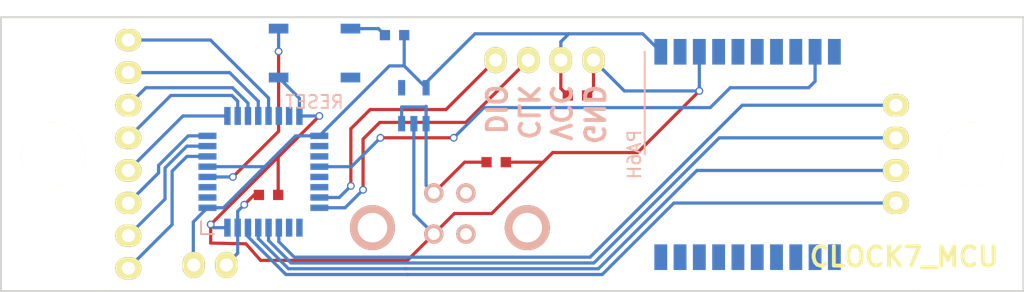
<source format=kicad_pcb>
(kicad_pcb (version 4) (host pcbnew 4.0.7-e2-6376~58~ubuntu16.04.1)

  (general
    (links 0)
    (no_connects 0)
    (area 75.616999 71.529 155.269001 94.939001)
    (thickness 1.6)
    (drawings 14)
    (tracks 158)
    (zones 0)
    (modules 15)
    (nets 1)
  )

  (page A4)
  (layers
    (0 F.Cu signal)
    (31 B.Cu signal)
    (32 B.Adhes user)
    (33 F.Adhes user)
    (34 B.Paste user)
    (35 F.Paste user)
    (36 B.SilkS user)
    (37 F.SilkS user)
    (38 B.Mask user)
    (39 F.Mask user)
    (40 Dwgs.User user)
    (41 Cmts.User user)
    (42 Eco1.User user)
    (43 Eco2.User user)
    (44 Edge.Cuts user)
    (45 Margin user)
    (46 B.CrtYd user)
    (47 F.CrtYd user)
    (48 B.Fab user)
    (49 F.Fab user)
  )

  (setup
    (last_trace_width 0.25)
    (trace_clearance 0.2)
    (zone_clearance 0.508)
    (zone_45_only no)
    (trace_min 0.2)
    (segment_width 0.2)
    (edge_width 0.15)
    (via_size 0.6)
    (via_drill 0.4)
    (via_min_size 0.4)
    (via_min_drill 0.3)
    (uvia_size 0.3)
    (uvia_drill 0.1)
    (uvias_allowed no)
    (uvia_min_size 0.2)
    (uvia_min_drill 0.1)
    (pcb_text_width 0.3)
    (pcb_text_size 1.5 1.5)
    (mod_edge_width 0.15)
    (mod_text_size 1 1)
    (mod_text_width 0.15)
    (pad_size 1.524 1.524)
    (pad_drill 0.762)
    (pad_to_mask_clearance 0.2)
    (aux_axis_origin 0 0)
    (visible_elements FFFFFF7F)
    (pcbplotparams
      (layerselection 0x00030_80000001)
      (usegerberextensions false)
      (excludeedgelayer true)
      (linewidth 0.100000)
      (plotframeref false)
      (viasonmask false)
      (mode 1)
      (useauxorigin false)
      (hpglpennumber 1)
      (hpglpenspeed 20)
      (hpglpendiameter 15)
      (hpglpenoverlay 2)
      (psnegative false)
      (psa4output false)
      (plotreference true)
      (plotvalue true)
      (plotinvisibletext false)
      (padsonsilk false)
      (subtractmaskfromsilk false)
      (outputformat 1)
      (mirror false)
      (drillshape 1)
      (scaleselection 1)
      (outputdirectory ""))
  )

  (net 0 "")

  (net_class Default "This is the default net class."
    (clearance 0.2)
    (trace_width 0.25)
    (via_dia 0.6)
    (via_drill 0.4)
    (uvia_dia 0.3)
    (uvia_drill 0.1)
  )

  (module 00my_modules:Pin_Header_Straight_1x08 (layer F.Cu) (tedit 0) (tstamp 5AE919B3)
    (at 85.598 75.184)
    (descr "Through hole pin header")
    (tags "pin header")
    (fp_text reference "" (at 0 -2.4) (layer F.SilkS)
      (effects (font (size 0.5 0.5) (thickness 0.01)))
    )
    (fp_text value "" (at 0 -3.1) (layer F.Fab)
      (effects (font (size 0.5 0.5) (thickness 0.01)))
    )
    (fp_line (start -1.75 -1.75) (end -1.75 19.53) (layer F.CrtYd) (width 0.05))
    (fp_line (start 1.75 -1.75) (end 1.75 19.53) (layer F.CrtYd) (width 0.05))
    (fp_line (start -1.75 -1.75) (end 1.75 -1.75) (layer F.CrtYd) (width 0.05))
    (fp_line (start -1.75 19.53) (end 1.75 19.53) (layer F.CrtYd) (width 0.05))
    (pad 1 thru_hole oval (at 0 0) (size 2.032 1.7272) (drill 1.016) (layers *.Cu *.Mask F.SilkS))
    (pad 2 thru_hole oval (at 0 2.54) (size 2.032 1.7272) (drill 1.016) (layers *.Cu *.Mask F.SilkS))
    (pad 3 thru_hole oval (at 0 5.08) (size 2.032 1.7272) (drill 1.016) (layers *.Cu *.Mask F.SilkS))
    (pad 4 thru_hole oval (at 0 7.62) (size 2.032 1.7272) (drill 1.016) (layers *.Cu *.Mask F.SilkS))
    (pad 5 thru_hole oval (at 0 10.16) (size 2.032 1.7272) (drill 1.016) (layers *.Cu *.Mask F.SilkS))
    (pad 6 thru_hole oval (at 0 12.7) (size 2.032 1.7272) (drill 1.016) (layers *.Cu *.Mask F.SilkS))
    (pad 7 thru_hole oval (at 0 15.24) (size 2.032 1.7272) (drill 1.016) (layers *.Cu *.Mask F.SilkS))
    (pad 8 thru_hole oval (at 0 17.78) (size 2.032 1.7272) (drill 1.016) (layers *.Cu *.Mask F.SilkS))
  )

  (module 00my_modules:Pin_Header_Straight_1x04 (layer F.Cu) (tedit 0) (tstamp 5AE9170B)
    (at 145.288 80.264)
    (descr "Through hole pin header")
    (tags "pin header")
    (fp_text reference "" (at 0 -2.4) (layer F.SilkS)
      (effects (font (size 0.5 0.5) (thickness 0.01)))
    )
    (fp_text value "" (at 0 -3.1) (layer F.Fab)
      (effects (font (size 0.5 0.5) (thickness 0.01)))
    )
    (fp_line (start -1.75 -1.75) (end -1.75 9.37) (layer F.CrtYd) (width 0.05))
    (fp_line (start 1.75 -1.75) (end 1.75 9.37) (layer F.CrtYd) (width 0.05))
    (fp_line (start -1.75 -1.75) (end 1.75 -1.75) (layer F.CrtYd) (width 0.05))
    (fp_line (start -1.75 9.37) (end 1.75 9.37) (layer F.CrtYd) (width 0.05))
    (pad 1 thru_hole oval (at 0 0) (size 2.032 1.7272) (drill 1.016) (layers *.Cu *.Mask F.SilkS))
    (pad 2 thru_hole oval (at 0 2.54) (size 2.032 1.7272) (drill 1.016) (layers *.Cu *.Mask F.SilkS))
    (pad 3 thru_hole oval (at 0 5.08) (size 2.032 1.7272) (drill 1.016) (layers *.Cu *.Mask F.SilkS))
    (pad 4 thru_hole oval (at 0 7.62) (size 2.032 1.7272) (drill 1.016) (layers *.Cu *.Mask F.SilkS))
  )

  (module 00my_modules:Hole0 (layer F.Cu) (tedit 0) (tstamp 5AE92300)
    (at 151.13 84.074)
    (descr hole0)
    (tags hole)
    (fp_text reference "" (at 0 0) (layer F.SilkS)
      (effects (font (size 0.5 0.5) (thickness 0.01)))
    )
    (fp_text value "" (at 0 0) (layer F.Fab)
      (effects (font (size 0.5 0.5) (thickness 0.01)))
    )
    (pad "" np_thru_hole circle (at 0 0) (size 5 5) (drill 5) (layers *.Cu *.Mask F.SilkS))
  )

  (module 00my_modules:Hole0 (layer F.Cu) (tedit 0) (tstamp 5AE92313)
    (at 79.756 84.074)
    (descr hole0)
    (tags hole)
    (fp_text reference "" (at 0 0) (layer F.SilkS)
      (effects (font (size 0.5 0.5) (thickness 0.01)))
    )
    (fp_text value "" (at 0 0) (layer F.Fab)
      (effects (font (size 0.5 0.5) (thickness 0.01)))
    )
    (pad "" np_thru_hole circle (at 0 0) (size 5 5) (drill 5) (layers *.Cu *.Mask F.SilkS))
  )

  (module 00my_modules:PA6H (layer B.Cu) (tedit 5415CC62) (tstamp 5B496F09)
    (at 133.75 84.1 270)
    (descr PA6H)
    (tags "PA6H gps")
    (fp_text reference PA6H (at 0 8.8 270) (layer B.SilkS)
      (effects (font (size 1 1) (thickness 0.15)) (justify mirror))
    )
    (fp_text value GPS (at 0 7 270) (layer B.Fab)
      (effects (font (size 1 1) (thickness 0.15)) (justify mirror))
    )
    (fp_line (start -8 8) (end -8 -8) (layer B.CrtYd) (width 0.05))
    (fp_line (start 8 8) (end 8 -8) (layer B.CrtYd) (width 0.05))
    (fp_line (start -8 8) (end 8 8) (layer B.CrtYd) (width 0.05))
    (fp_line (start -8 -8) (end 8 -8) (layer B.CrtYd) (width 0.05))
    (fp_line (start -8 8) (end 0 8) (layer B.SilkS) (width 0.15))
    (pad VCC smd rect (at -8 6.75 270) (size 2 1) (layers B.Cu B.Paste B.Mask))
    (pad 2 smd rect (at -8 5.25 270) (size 2 1) (layers B.Cu B.Paste B.Mask))
    (pad GND smd rect (at -8 3.75 270) (size 2 1) (layers B.Cu B.Paste B.Mask))
    (pad 4 smd rect (at -8 2.25 270) (size 2 1) (layers B.Cu B.Paste B.Mask))
    (pad 5 smd rect (at -8 0.75 270) (size 2 1) (layers B.Cu B.Paste B.Mask))
    (pad 6 smd rect (at -8 -0.75 270) (size 2 1) (layers B.Cu B.Paste B.Mask))
    (pad 7 smd rect (at -8 -2.25 270) (size 2 1) (layers B.Cu B.Paste B.Mask))
    (pad 8 smd rect (at -8 -3.75 270) (size 2 1) (layers B.Cu B.Paste B.Mask))
    (pad TX smd rect (at -8 -5.25 270) (size 2 1) (layers B.Cu B.Paste B.Mask))
    (pad RX smd rect (at -8 -6.75 270) (size 2 1) (layers B.Cu B.Paste B.Mask))
    (pad 11 smd rect (at 8 -6.75 270) (size 2 1) (layers B.Cu B.Paste B.Mask))
    (pad 12 smd rect (at 8 -5.25 270) (size 2 1) (layers B.Cu B.Paste B.Mask))
    (pad 13 smd rect (at 8 -3.75 270) (size 2 1) (layers B.Cu B.Paste B.Mask))
    (pad 14 smd rect (at 8 -2.25 270) (size 2 1) (layers B.Cu B.Paste B.Mask))
    (pad 15 smd rect (at 8 -0.75 270) (size 2 1) (layers B.Cu B.Paste B.Mask))
    (pad 16 smd rect (at 8 0.75 270) (size 2 1) (layers B.Cu B.Paste B.Mask))
    (pad 17 smd rect (at 8 2.25 270) (size 2 1) (layers B.Cu B.Paste B.Mask))
    (pad 18 smd rect (at 8 3.75 270) (size 2 1) (layers B.Cu B.Paste B.Mask))
    (pad 19 smd rect (at 8 5.25 270) (size 2 1) (layers B.Cu B.Paste B.Mask))
    (pad 20 smd rect (at 8 6.75 270) (size 2 1) (layers B.Cu B.Paste B.Mask))
  )

  (module 00my_modules:Pin_Header_Straight_1x04 (layer F.Cu) (tedit 0) (tstamp 5B49721C)
    (at 114.15 76.75 90)
    (descr "Through hole pin header")
    (tags "pin header")
    (fp_text reference "" (at 0 -2.4 90) (layer F.SilkS)
      (effects (font (size 0.5 0.5) (thickness 0.01)))
    )
    (fp_text value "" (at 0 -3.1 90) (layer F.Fab)
      (effects (font (size 0.5 0.5) (thickness 0.01)))
    )
    (fp_line (start -1.75 -1.75) (end -1.75 9.37) (layer F.CrtYd) (width 0.05))
    (fp_line (start 1.75 -1.75) (end 1.75 9.37) (layer F.CrtYd) (width 0.05))
    (fp_line (start -1.75 -1.75) (end 1.75 -1.75) (layer F.CrtYd) (width 0.05))
    (fp_line (start -1.75 9.37) (end 1.75 9.37) (layer F.CrtYd) (width 0.05))
    (pad 1 thru_hole oval (at 0 0 90) (size 2.032 1.7272) (drill 1.016) (layers *.Cu *.Mask F.SilkS))
    (pad 2 thru_hole oval (at 0 2.54 90) (size 2.032 1.7272) (drill 1.016) (layers *.Cu *.Mask F.SilkS))
    (pad 3 thru_hole oval (at 0 5.08 90) (size 2.032 1.7272) (drill 1.016) (layers *.Cu *.Mask F.SilkS))
    (pad 4 thru_hole oval (at 0 7.62 90) (size 2.032 1.7272) (drill 1.016) (layers *.Cu *.Mask F.SilkS))
  )

  (module 00my_modules:Wurth_61400413321_usb (layer B.Cu) (tedit 0) (tstamp 5B49751D)
    (at 110.6 89.8 180)
    (descr Wurth_61400413321)
    (tags usb)
    (fp_text reference "" (at 0 1 180) (layer B.SilkS)
      (effects (font (size 0.5 0.5) (thickness 0.01)) (justify mirror))
    )
    (fp_text value "" (at 0 -1 180) (layer B.Fab)
      (effects (font (size 0.5 0.5) (thickness 0.01)) (justify mirror))
    )
    (fp_text user USB (at 0 0.9 180) (layer B.Fab)
      (effects (font (size 1 1) (thickness 0.15)) (justify mirror))
    )
    (fp_line (start -6.1 -4.72) (end -6.1 6.48) (layer B.CrtYd) (width 0.05))
    (fp_line (start 6.1 -4.72) (end 6.1 6.48) (layer B.CrtYd) (width 0.05))
    (fp_line (start -6.1 6.48) (end 6.1 6.48) (layer B.CrtYd) (width 0.05))
    (fp_line (start -6.1 -4.72) (end 6.1 -4.72) (layer B.CrtYd) (width 0.05))
    (pad V thru_hole circle (at 1.25 2.7 180) (size 1.5 1.5) (drill 0.92) (layers *.Cu *.Mask B.SilkS))
    (pad - thru_hole circle (at -1.25 2.7 180) (size 1.5 1.5) (drill 0.92) (layers *.Cu *.Mask B.SilkS))
    (pad + thru_hole circle (at -1.25 -0.5 180) (size 1.5 1.5) (drill 0.92) (layers *.Cu *.Mask B.SilkS))
    (pad G thru_hole circle (at 1.25 -0.5 180) (size 1.5 1.5) (drill 0.92) (layers *.Cu *.Mask B.SilkS))
    (pad X thru_hole circle (at 6.02 0 180) (size 3.5 3.5) (drill 2.3) (layers *.Cu *.Mask B.SilkS))
    (pad X thru_hole circle (at -6.02 0 180) (size 3.5 3.5) (drill 2.3) (layers *.Cu *.Mask B.SilkS))
  )

  (module 00my_modules:STM32_LQFP32 (layer B.Cu) (tedit 54130A77) (tstamp 5B497879)
    (at 96.1 85.45)
    (descr LQFP-32)
    (tags "smd lqfp")
    (attr smd)
    (fp_text reference "" (at 0 4.3) (layer B.SilkS)
      (effects (font (size 1 1) (thickness 0.15)) (justify mirror))
    )
    (fp_text value "" (at -1.5 3) (layer B.Fab)
      (effects (font (size 0.5 0.5) (thickness 0.01)) (justify mirror))
    )
    (fp_text user LQFP32 (at 0 0) (layer B.Fab)
      (effects (font (size 0.8 0.8) (thickness 0.1)) (justify mirror))
    )
    (fp_line (start -5.05 5.05) (end 5.05 5.05) (layer B.CrtYd) (width 0.01))
    (fp_line (start 5.05 5.05) (end 5.05 -5.05) (layer B.CrtYd) (width 0.01))
    (fp_line (start 5.05 -5.05) (end -5.05 -5.05) (layer B.CrtYd) (width 0.01))
    (fp_line (start -5.05 -5.05) (end -5.05 5.05) (layer B.CrtYd) (width 0.01))
    (fp_line (start -4.85 4.85) (end -4.85 3.85) (layer B.SilkS) (width 0.15))
    (fp_line (start -4.85 4.85) (end -3.85 4.85) (layer B.SilkS) (width 0.15))
    (fp_line (start -3.65 3.65) (end 3.65 3.65) (layer B.Fab) (width 0.01))
    (fp_line (start 3.65 3.65) (end 3.65 -3.65) (layer B.Fab) (width 0.01))
    (fp_line (start 3.65 -3.65) (end -3.65 -3.65) (layer B.Fab) (width 0.01))
    (fp_line (start -3.65 -3.65) (end -3.65 3.65) (layer B.Fab) (width 0.01))
    (pad 3.3 smd rect (at -4.35 2.8) (size 1.4 0.5) (layers B.Cu B.Paste B.Mask))
    (pad PF0 smd rect (at -4.35 2) (size 1.4 0.5) (layers B.Cu B.Paste B.Mask))
    (pad PF1 smd rect (at -4.35 1.2) (size 1.4 0.5) (layers B.Cu B.Paste B.Mask))
    (pad RST smd rect (at -4.35 0.4) (size 1.4 0.5) (layers B.Cu B.Paste B.Mask))
    (pad 3.3 smd rect (at -4.35 -0.4) (size 1.4 0.5) (layers B.Cu B.Paste B.Mask))
    (pad PA0 smd rect (at -4.35 -1.2) (size 1.4 0.5) (layers B.Cu B.Paste B.Mask))
    (pad PA1 smd rect (at -4.35 -2) (size 1.4 0.5) (layers B.Cu B.Paste B.Mask))
    (pad PA2 smd rect (at -4.35 -2.8) (size 1.4 0.5) (layers B.Cu B.Paste B.Mask))
    (pad PA3 smd rect (at -2.8 -4.35 270) (size 1.4 0.5) (layers B.Cu B.Paste B.Mask))
    (pad PA4 smd rect (at -2 -4.35 270) (size 1.4 0.5) (layers B.Cu B.Paste B.Mask))
    (pad PA5 smd rect (at -1.2 -4.35 270) (size 1.4 0.5) (layers B.Cu B.Paste B.Mask))
    (pad PA6 smd rect (at -0.4 -4.35 270) (size 1.4 0.5) (layers B.Cu B.Paste B.Mask))
    (pad PA7 smd rect (at 0.4 -4.35 270) (size 1.4 0.5) (layers B.Cu B.Paste B.Mask))
    (pad PB0 smd rect (at 1.2 -4.35 270) (size 1.4 0.5) (layers B.Cu B.Paste B.Mask))
    (pad PB1 smd rect (at 2 -4.35 270) (size 1.4 0.5) (layers B.Cu B.Paste B.Mask))
    (pad GND smd rect (at 2.8 -4.35 270) (size 1.4 0.5) (layers B.Cu B.Paste B.Mask))
    (pad PA14 smd rect (at 4.35 2.8) (size 1.4 0.5) (layers B.Cu B.Paste B.Mask))
    (pad PA13 smd rect (at 4.35 2) (size 1.4 0.5) (layers B.Cu B.Paste B.Mask))
    (pad PA12 smd rect (at 4.35 1.2) (size 1.4 0.5) (layers B.Cu B.Paste B.Mask))
    (pad PA11 smd rect (at 4.35 0.4) (size 1.4 0.5) (layers B.Cu B.Paste B.Mask))
    (pad PA10 smd rect (at 4.35 -0.4) (size 1.4 0.5) (layers B.Cu B.Paste B.Mask))
    (pad PA9 smd rect (at 4.35 -1.2) (size 1.4 0.5) (layers B.Cu B.Paste B.Mask))
    (pad PA8 smd rect (at 4.35 -2) (size 1.4 0.5) (layers B.Cu B.Paste B.Mask))
    (pad 3.3 smd rect (at 4.35 -2.8) (size 1.4 0.5) (layers B.Cu B.Paste B.Mask))
    (pad GND smd rect (at -2.8 4.35 270) (size 1.4 0.5) (layers B.Cu B.Paste B.Mask))
    (pad BOOT smd rect (at -2 4.35 270) (size 1.4 0.5) (layers B.Cu B.Paste B.Mask))
    (pad PB7 smd rect (at -1.2 4.35 270) (size 1.4 0.5) (layers B.Cu B.Paste B.Mask))
    (pad PB6 smd rect (at -0.4 4.35 270) (size 1.4 0.5) (layers B.Cu B.Paste B.Mask))
    (pad PB5 smd rect (at 0.4 4.35 270) (size 1.4 0.5) (layers B.Cu B.Paste B.Mask))
    (pad PB4 smd rect (at 1.2 4.35 270) (size 1.4 0.5) (layers B.Cu B.Paste B.Mask))
    (pad PB3 smd rect (at 2 4.35 270) (size 1.4 0.5) (layers B.Cu B.Paste B.Mask))
    (pad PA15 smd rect (at 2.8 4.35 270) (size 1.4 0.5) (layers B.Cu B.Paste B.Mask))
  )

  (module 00my_modules:AP2112 (layer B.Cu) (tedit 58CE4E80) (tstamp 5B497C39)
    (at 107.8 80.3 90)
    (descr SOT25)
    (tags SOT25)
    (attr smd)
    (fp_text reference "" (at 0 2.5 90) (layer B.SilkS)
      (effects (font (size 1 1) (thickness 0.15)) (justify mirror))
    )
    (fp_text value "" (at 0 -2.05 90) (layer B.Fab)
      (effects (font (size 0.5 0.5) (thickness 0.01)) (justify mirror))
    )
    (fp_text user SOT25 (at 0 0 360) (layer B.Fab)
      (effects (font (size 0.5 0.5) (thickness 0.01)) (justify mirror))
    )
    (fp_line (start -0.8 1.5) (end 0.8 1.5) (layer B.Fab) (width 0.01))
    (fp_line (start -0.8 -1.5) (end 0.8 -1.5) (layer B.Fab) (width 0.01))
    (fp_line (start -0.8 1.5) (end -0.8 -1.5) (layer B.Fab) (width 0.01))
    (fp_line (start 0.8 1.5) (end 0.8 -1.5) (layer B.Fab) (width 0.01))
    (fp_line (start -0.8 1.5) (end -0.8 -1.5) (layer B.Fab) (width 0.01))
    (fp_line (start 0.8 1.5) (end 0.8 -1.5) (layer B.Fab) (width 0.01))
    (fp_line (start -2.3 1.7) (end 2.3 1.7) (layer B.CrtYd) (width 0.01))
    (fp_line (start -2.3 1.7) (end -2.3 -1.7) (layer B.CrtYd) (width 0.01))
    (fp_line (start 2.3 -1.7) (end 2.3 1.7) (layer B.CrtYd) (width 0.01))
    (fp_line (start 2.3 -1.7) (end -2.3 -1.7) (layer B.CrtYd) (width 0.01))
    (pad VIN smd rect (at -1.4 0.95 90) (size 1.2 0.55) (layers B.Cu B.Paste B.Mask))
    (pad GND smd rect (at -1.4 0 90) (size 1.2 0.55) (layers B.Cu B.Paste B.Mask))
    (pad EN smd rect (at -1.4 -0.95 90) (size 1.2 0.55) (layers B.Cu B.Paste B.Mask))
    (pad NC smd rect (at 1.4 -0.95 90) (size 1.2 0.55) (layers B.Cu B.Paste B.Mask))
    (pad VOUT smd rect (at 1.4 0.95 90) (size 1.2 0.55) (layers B.Cu B.Paste B.Mask))
  )

  (module 00my_modules:R_0603 (layer F.Cu) (tedit 5B4970A9) (tstamp 5B497FE4)
    (at 114.2 84.7)
    (descr R0603)
    (tags "resistor capacitor led 0603")
    (attr smd)
    (fp_text reference "" (at 0 0) (layer F.SilkS)
      (effects (font (size 0.5 0.5) (thickness 0.1)))
    )
    (fp_text value C (at 0 0) (layer F.Fab)
      (effects (font (size 0.5 0.5) (thickness 0.01)))
    )
    (fp_line (start -1.2 -0.45) (end 1.2 -0.45) (layer F.CrtYd) (width 0.01))
    (fp_line (start -1.2 0.45) (end 1.2 0.45) (layer F.CrtYd) (width 0.01))
    (fp_line (start -1.2 -0.45) (end -1.2 0.45) (layer F.CrtYd) (width 0.01))
    (fp_line (start 1.2 -0.45) (end 1.2 0.45) (layer F.CrtYd) (width 0.01))
    (pad 1 smd rect (at -0.75 0) (size 0.8 0.8) (layers F.Cu F.Paste F.Mask))
    (pad 2 smd rect (at 0.75 0) (size 0.8 0.8) (layers F.Cu F.Paste F.Mask))
  )

  (module 00my_modules:R_0603 (layer F.Cu) (tedit 5415CC62) (tstamp 5B498019)
    (at 96.5 87.25)
    (descr R0603)
    (tags "resistor capacitor led 0603")
    (attr smd)
    (fp_text reference "" (at 0 0) (layer F.SilkS)
      (effects (font (size 0.5 0.5) (thickness 0.1)))
    )
    (fp_text value R (at 0 0) (layer F.Fab)
      (effects (font (size 0.5 0.5) (thickness 0.01)))
    )
    (fp_line (start -1.2 -0.45) (end 1.2 -0.45) (layer F.CrtYd) (width 0.01))
    (fp_line (start -1.2 0.45) (end 1.2 0.45) (layer F.CrtYd) (width 0.01))
    (fp_line (start -1.2 -0.45) (end -1.2 0.45) (layer F.CrtYd) (width 0.01))
    (fp_line (start 1.2 -0.45) (end 1.2 0.45) (layer F.CrtYd) (width 0.01))
    (pad 1 smd rect (at -0.75 0) (size 0.8 0.8) (layers F.Cu F.Paste F.Mask))
    (pad 2 smd rect (at 0.75 0) (size 0.8 0.8) (layers F.Cu F.Paste F.Mask))
  )

  (module 00my_modules:BUTTON4_SMD (layer B.Cu) (tedit 5B497302) (tstamp 5B49863C)
    (at 100.076 76.2)
    (descr button4_smd)
    (tags "SPST button tactile switch")
    (fp_text reference RESET (at 0 3.81) (layer B.SilkS)
      (effects (font (size 1 1) (thickness 0.15)) (justify mirror))
    )
    (fp_text value "" (at 0 -3.81) (layer B.Fab)
      (effects (font (size 1 1) (thickness 0.15)) (justify mirror))
    )
    (fp_line (start -1.54 2.54) (end -2.54 1.54) (layer B.Fab) (width 0.2032))
    (fp_line (start -2.54 1.24) (end -2.54 -1.27) (layer B.Fab) (width 0.2032))
    (fp_line (start -2.54 -1.54) (end -1.54 -2.54) (layer B.Fab) (width 0.2032))
    (fp_line (start -1.54 -2.54) (end 1.54 -2.54) (layer B.Fab) (width 0.2032))
    (fp_line (start 1.54 -2.54) (end 2.54 -1.54) (layer B.Fab) (width 0.2032))
    (fp_line (start 2.54 -1.24) (end 2.54 1.24) (layer B.Fab) (width 0.2032))
    (fp_line (start 2.54 1.54) (end 1.54 2.54) (layer B.Fab) (width 0.2032))
    (fp_line (start 1.54 2.54) (end -1.54 2.54) (layer B.Fab) (width 0.2032))
    (fp_line (start 1.905 -1.27) (end 1.905 -0.445) (layer B.Fab) (width 0.127))
    (fp_line (start 1.905 -0.445) (end 2.16 0.01) (layer B.Fab) (width 0.127))
    (fp_line (start 1.905 0.23) (end 1.905 1.115) (layer B.Fab) (width 0.127))
    (fp_circle (center 0 0) (end 0 -1.27) (layer B.Fab) (width 0.2032))
    (pad 1 smd rect (at -2.794 -1.905) (size 1.524 0.762) (layers B.Cu B.Paste B.Mask))
    (pad 2 smd rect (at 2.794 -1.905) (size 1.524 0.762) (layers B.Cu B.Paste B.Mask))
    (pad 3 smd rect (at -2.794 1.905) (size 1.524 0.762) (layers B.Cu B.Paste B.Mask))
    (pad 4 smd rect (at 2.794 1.905) (size 1.524 0.762) (layers B.Cu B.Paste B.Mask))
  )

  (module 00my_modules:R_0603 (layer B.Cu) (tedit 5415CC62) (tstamp 5B49868D)
    (at 106.299 74.803)
    (descr R0603)
    (tags "resistor capacitor led 0603")
    (attr smd)
    (fp_text reference "" (at 0 0) (layer B.SilkS)
      (effects (font (size 0.5 0.5) (thickness 0.1)) (justify mirror))
    )
    (fp_text value R (at 0 0) (layer B.Fab)
      (effects (font (size 0.5 0.5) (thickness 0.01)) (justify mirror))
    )
    (fp_line (start -1.2 0.45) (end 1.2 0.45) (layer B.CrtYd) (width 0.01))
    (fp_line (start -1.2 -0.45) (end 1.2 -0.45) (layer B.CrtYd) (width 0.01))
    (fp_line (start -1.2 0.45) (end -1.2 -0.45) (layer B.CrtYd) (width 0.01))
    (fp_line (start 1.2 0.45) (end 1.2 -0.45) (layer B.CrtYd) (width 0.01))
    (pad 1 smd rect (at -0.75 0) (size 0.8 0.8) (layers B.Cu B.Paste B.Mask))
    (pad 2 smd rect (at 0.75 0) (size 0.8 0.8) (layers B.Cu B.Paste B.Mask))
  )

  (module 00my_modules:R_0603 (layer F.Cu) (tedit 5B4973CC) (tstamp 5B4986A5)
    (at 120.523 79.502)
    (descr R0603)
    (tags "resistor capacitor led 0603")
    (attr smd)
    (fp_text reference "" (at 0 0) (layer F.SilkS)
      (effects (font (size 0.5 0.5) (thickness 0.1)))
    )
    (fp_text value C (at 0 0) (layer F.Fab)
      (effects (font (size 0.5 0.5) (thickness 0.01)))
    )
    (fp_line (start -1.2 -0.45) (end 1.2 -0.45) (layer F.CrtYd) (width 0.01))
    (fp_line (start -1.2 0.45) (end 1.2 0.45) (layer F.CrtYd) (width 0.01))
    (fp_line (start -1.2 -0.45) (end -1.2 0.45) (layer F.CrtYd) (width 0.01))
    (fp_line (start 1.2 -0.45) (end 1.2 0.45) (layer F.CrtYd) (width 0.01))
    (pad 1 smd rect (at -0.75 0) (size 0.8 0.8) (layers F.Cu F.Paste F.Mask))
    (pad 2 smd rect (at 0.75 0) (size 0.8 0.8) (layers F.Cu F.Paste F.Mask))
  )

  (module 00my_modules:Pin_Header_Straight_1x02 (layer F.Cu) (tedit 0) (tstamp 5B4986E5)
    (at 90.678 92.71 90)
    (descr "Through hole pin header")
    (tags "pin header")
    (fp_text reference "" (at 0 -2.4 90) (layer F.SilkS)
      (effects (font (size 0.5 0.5) (thickness 0.01)))
    )
    (fp_text value "" (at 0 -3.1 90) (layer F.Fab)
      (effects (font (size 0.5 0.5) (thickness 0.01)))
    )
    (fp_line (start -1.75 -1.75) (end -1.75 4.29) (layer F.CrtYd) (width 0.05))
    (fp_line (start 1.75 -1.75) (end 1.75 4.29) (layer F.CrtYd) (width 0.05))
    (fp_line (start -1.75 -1.75) (end 1.75 -1.75) (layer F.CrtYd) (width 0.05))
    (fp_line (start -1.75 4.29) (end 1.75 4.29) (layer F.CrtYd) (width 0.05))
    (pad 1 thru_hole oval (at 0 0 90) (size 2.032 1.7272) (drill 1.016) (layers *.Cu *.Mask F.SilkS))
    (pad 2 thru_hole oval (at 0 2.54 90) (size 2.032 1.7272) (drill 1.016) (layers *.Cu *.Mask F.SilkS))
  )

  (gr_text CLOCK7_MCU (at 145.923 92.075) (layer F.SilkS)
    (effects (font (size 1.5 1.5) (thickness 0.3)))
  )
  (gr_text GND (at 121.8 78.5 270) (layer B.SilkS)
    (effects (font (size 1.5 1.5) (thickness 0.3)) (justify right mirror))
  )
  (gr_text VCC (at 119.2 78.5 270) (layer B.SilkS)
    (effects (font (size 1.5 1.5) (thickness 0.3)) (justify right mirror))
  )
  (gr_text CLK (at 116.7 78.5 270) (layer B.SilkS)
    (effects (font (size 1.5 1.5) (thickness 0.3)) (justify right mirror))
  )
  (gr_text DIO (at 114.15 78.5 270) (layer B.SilkS)
    (effects (font (size 1.5 1.5) (thickness 0.3)) (justify right mirror))
  )
  (gr_line (start 155.194 94.742) (end 147.066 94.742) (angle 90) (layer Edge.Cuts) (width 0.15))
  (gr_line (start 155.194 84.074) (end 155.194 94.742) (angle 90) (layer Edge.Cuts) (width 0.15))
  (gr_line (start 155.194 73.406) (end 147.066 73.406) (angle 90) (layer Edge.Cuts) (width 0.15))
  (gr_line (start 155.194 84.074) (end 155.194 73.406) (angle 90) (layer Edge.Cuts) (width 0.15))
  (gr_line (start 75.692 94.742) (end 83.82 94.742) (angle 90) (layer Edge.Cuts) (width 0.15))
  (gr_line (start 75.692 73.406) (end 75.692 94.742) (angle 90) (layer Edge.Cuts) (width 0.15))
  (gr_line (start 83.82 73.406) (end 75.692 73.406) (angle 90) (layer Edge.Cuts) (width 0.15))
  (gr_line (start 83.82 73.406) (end 147.066 73.406) (angle 90) (layer Edge.Cuts) (width 0.15))
  (gr_line (start 83.82 94.742) (end 147.066 94.742) (angle 90) (layer Edge.Cuts) (width 0.15))

  (segment (start 119.23 76.75) (end 119.23 78.959) (width 0.25) (layer F.Cu) (net 0))
  (segment (start 119.23 78.959) (end 119.773 79.502) (width 0.25) (layer F.Cu) (net 0) (tstamp 5B4986CF))
  (segment (start 121.77 76.75) (end 121.77 79.005) (width 0.25) (layer F.Cu) (net 0))
  (segment (start 121.77 79.005) (end 121.273 79.502) (width 0.25) (layer F.Cu) (net 0) (tstamp 5B4986CD))
  (segment (start 107.049 74.803) (end 107.049 77.199) (width 0.25) (layer B.Cu) (net 0))
  (segment (start 107.049 77.199) (end 107.05 77.2) (width 0.25) (layer B.Cu) (net 0) (tstamp 5B49869A))
  (segment (start 102.87 74.295) (end 105.041 74.295) (width 0.25) (layer B.Cu) (net 0))
  (segment (start 105.041 74.295) (end 105.549 74.803) (width 0.25) (layer B.Cu) (net 0) (tstamp 5B498698))
  (segment (start 98.9 81.1) (end 98.9 79.723) (width 0.25) (layer B.Cu) (net 0))
  (segment (start 98.9 79.723) (end 97.282 78.105) (width 0.25) (layer B.Cu) (net 0) (tstamp 5B498681))
  (segment (start 91.75 85.85) (end 93.724 85.85) (width 0.25) (layer B.Cu) (net 0))
  (segment (start 97.282 76.073) (end 97.282 74.295) (width 0.25) (layer B.Cu) (net 0) (tstamp 5B49867D))
  (via (at 97.282 76.073) (size 0.6) (drill 0.4) (layers F.Cu B.Cu) (net 0))
  (segment (start 97.282 82.296) (end 97.282 76.073) (width 0.25) (layer F.Cu) (net 0) (tstamp 5B49867A))
  (segment (start 93.726 85.852) (end 97.282 82.296) (width 0.25) (layer F.Cu) (net 0) (tstamp 5B498679))
  (via (at 93.726 85.852) (size 0.6) (drill 0.4) (layers F.Cu B.Cu) (net 0))
  (segment (start 93.724 85.85) (end 93.726 85.852) (width 0.25) (layer B.Cu) (net 0) (tstamp 5B498677))
  (segment (start 90.65 92.7) (end 90.65 89.35) (width 0.25) (layer B.Cu) (net 0))
  (segment (start 90.65 89.35) (end 91.75 88.25) (width 0.25) (layer B.Cu) (net 0) (tstamp 5B498348))
  (segment (start 94.1 89.8) (end 94.1 91.79) (width 0.25) (layer B.Cu) (net 0))
  (segment (start 94.1 91.79) (end 93.19 92.7) (width 0.25) (layer B.Cu) (net 0) (tstamp 5B498345))
  (segment (start 97.25 87.25) (end 97.25 84.3) (width 0.25) (layer F.Cu) (net 0))
  (segment (start 94.1 89.8) (end 94.1 88.526) (width 0.25) (layer B.Cu) (net 0))
  (segment (start 94.615 88.011) (end 95.376 87.25) (width 0.25) (layer F.Cu) (net 0) (tstamp 5B49833E))
  (via (at 94.615 88.011) (size 0.6) (drill 0.4) (layers F.Cu B.Cu) (net 0))
  (segment (start 94.1 88.526) (end 94.615 88.011) (width 0.25) (layer B.Cu) (net 0) (tstamp 5B49833C))
  (segment (start 95.376 87.25) (end 95.75 87.25) (width 0.25) (layer F.Cu) (net 0) (tstamp 5B49833F))
  (segment (start 114.95 84.7) (end 117.85 84.7) (width 0.25) (layer F.Cu) (net 0))
  (segment (start 113.45 84.7) (end 111.75 84.7) (width 0.25) (layer F.Cu) (net 0))
  (segment (start 111.75 84.7) (end 109.35 87.1) (width 0.25) (layer F.Cu) (net 0) (tstamp 5B497FEF))
  (segment (start 100.45 87.45) (end 102 87.45) (width 0.25) (layer B.Cu) (net 0))
  (segment (start 110.3 80.6) (end 114.15 76.75) (width 0.25) (layer F.Cu) (net 0) (tstamp 5B497FD5))
  (segment (start 104.4 80.6) (end 110.3 80.6) (width 0.25) (layer F.Cu) (net 0) (tstamp 5B497FD3))
  (segment (start 102.9 82.1) (end 104.4 80.6) (width 0.25) (layer F.Cu) (net 0) (tstamp 5B497FD2))
  (segment (start 102.9 86.55) (end 102.9 82.1) (width 0.25) (layer F.Cu) (net 0) (tstamp 5B497FD1))
  (via (at 102.9 86.55) (size 0.6) (drill 0.4) (layers F.Cu B.Cu) (net 0))
  (segment (start 102 87.45) (end 102.9 86.55) (width 0.25) (layer B.Cu) (net 0) (tstamp 5B497FCF))
  (segment (start 100.45 88.25) (end 102.45 88.25) (width 0.25) (layer B.Cu) (net 0))
  (segment (start 111.84 81.6) (end 116.69 76.75) (width 0.25) (layer F.Cu) (net 0) (tstamp 5B497FCC))
  (segment (start 105.15 81.6) (end 111.84 81.6) (width 0.25) (layer F.Cu) (net 0) (tstamp 5B497FCA))
  (segment (start 103.85 82.9) (end 105.15 81.6) (width 0.25) (layer F.Cu) (net 0) (tstamp 5B497FC9))
  (segment (start 103.85 84.7) (end 103.85 82.9) (width 0.25) (layer F.Cu) (net 0) (tstamp 5B497FC8))
  (segment (start 103.85 85.8) (end 103.85 84.7) (width 0.25) (layer F.Cu) (net 0) (tstamp 5B497FC7))
  (segment (start 103.85 86.85) (end 103.85 85.8) (width 0.25) (layer F.Cu) (net 0) (tstamp 5B497FC6))
  (via (at 103.85 86.85) (size 0.6) (drill 0.4) (layers F.Cu B.Cu) (net 0))
  (segment (start 102.45 88.25) (end 103.85 86.85) (width 0.25) (layer B.Cu) (net 0) (tstamp 5B497FC3))
  (segment (start 100.45 85.05) (end 102.95 85.05) (width 0.25) (layer B.Cu) (net 0))
  (segment (start 139 78.4) (end 139 76.1) (width 0.25) (layer B.Cu) (net 0) (tstamp 5B497FC1))
  (segment (start 138.5 78.9) (end 139 78.4) (width 0.25) (layer B.Cu) (net 0) (tstamp 5B497FC0))
  (segment (start 132.4 78.9) (end 138.5 78.9) (width 0.25) (layer B.Cu) (net 0) (tstamp 5B497FBE))
  (segment (start 130.85 80.45) (end 132.4 78.9) (width 0.25) (layer B.Cu) (net 0) (tstamp 5B497FBC))
  (segment (start 113.25 80.45) (end 130.85 80.45) (width 0.25) (layer B.Cu) (net 0) (tstamp 5B497FBA))
  (segment (start 110.9 82.8) (end 113.25 80.45) (width 0.25) (layer B.Cu) (net 0) (tstamp 5B497FB9))
  (via (at 110.9 82.8) (size 0.6) (drill 0.4) (layers F.Cu B.Cu) (net 0))
  (segment (start 105.2 82.8) (end 110.9 82.8) (width 0.25) (layer F.Cu) (net 0) (tstamp 5B497FB7))
  (segment (start 105.2 82.8) (end 105.2 82.8) (width 0.25) (layer F.Cu) (net 0) (tstamp 5B497FB6))
  (via (at 105.2 82.8) (size 0.6) (drill 0.4) (layers F.Cu B.Cu) (net 0))
  (segment (start 102.95 85.05) (end 105.2 82.8) (width 0.25) (layer B.Cu) (net 0) (tstamp 5B497FB3))
  (segment (start 108.75 78.9) (end 108.75 78.5) (width 0.25) (layer B.Cu) (net 0))
  (segment (start 108.75 78.5) (end 112.55 74.7) (width 0.25) (layer B.Cu) (net 0) (tstamp 5B497C62))
  (segment (start 112.55 74.7) (end 119.85 74.7) (width 0.25) (layer B.Cu) (net 0) (tstamp 5B497C63))
  (segment (start 130 79.15) (end 124.17 79.15) (width 0.25) (layer B.Cu) (net 0))
  (segment (start 124.17 79.15) (end 121.77 76.75) (width 0.25) (layer B.Cu) (net 0) (tstamp 5B497C5F))
  (segment (start 127 76.1) (end 125.6 74.7) (width 0.25) (layer B.Cu) (net 0))
  (segment (start 119.23 75.32) (end 119.23 76.75) (width 0.25) (layer B.Cu) (net 0) (tstamp 5B497C5D))
  (segment (start 119.85 74.7) (end 119.23 75.32) (width 0.25) (layer B.Cu) (net 0) (tstamp 5B497C5C))
  (segment (start 125.6 74.7) (end 119.85 74.7) (width 0.25) (layer B.Cu) (net 0) (tstamp 5B497C5B))
  (segment (start 100.45 82.65) (end 105.9 77.2) (width 0.25) (layer B.Cu) (net 0))
  (segment (start 107.05 77.2) (end 108.75 78.9) (width 0.25) (layer B.Cu) (net 0) (tstamp 5B497C58))
  (segment (start 105.9 77.2) (end 107.05 77.2) (width 0.25) (layer B.Cu) (net 0) (tstamp 5B497C57))
  (segment (start 107.8 81.7) (end 107.8 88.75) (width 0.25) (layer B.Cu) (net 0))
  (segment (start 107.8 88.75) (end 109.35 90.3) (width 0.25) (layer B.Cu) (net 0) (tstamp 5B497C54))
  (segment (start 108.75 81.7) (end 108.75 80.35) (width 0.25) (layer B.Cu) (net 0))
  (segment (start 106.85 80.4) (end 106.85 81.7) (width 0.25) (layer B.Cu) (net 0) (tstamp 5B497C51))
  (segment (start 108.7 80.4) (end 106.85 80.4) (width 0.25) (layer B.Cu) (net 0) (tstamp 5B497C50))
  (segment (start 108.75 80.35) (end 108.7 80.4) (width 0.25) (layer B.Cu) (net 0) (tstamp 5B497C4F))
  (segment (start 108.75 81.7) (end 108.75 86.5) (width 0.25) (layer B.Cu) (net 0))
  (segment (start 108.75 86.5) (end 109.35 87.1) (width 0.25) (layer B.Cu) (net 0) (tstamp 5B497C4D))
  (segment (start 109.35 90.3) (end 110.95 88.7) (width 0.25) (layer F.Cu) (net 0))
  (segment (start 130 79.15) (end 130 76.1) (width 0.25) (layer B.Cu) (net 0) (tstamp 5B497920))
  (via (at 130 79.15) (size 0.6) (drill 0.4) (layers F.Cu B.Cu) (net 0))
  (segment (start 125.2 83.95) (end 130 79.15) (width 0.25) (layer F.Cu) (net 0) (tstamp 5B49791D))
  (segment (start 118.6 83.95) (end 125.2 83.95) (width 0.25) (layer F.Cu) (net 0) (tstamp 5B49791B))
  (segment (start 113.85 88.7) (end 117.85 84.7) (width 0.25) (layer F.Cu) (net 0) (tstamp 5B497919))
  (segment (start 117.85 84.7) (end 118.6 83.95) (width 0.25) (layer F.Cu) (net 0) (tstamp 5B497FF4))
  (segment (start 110.95 88.7) (end 113.85 88.7) (width 0.25) (layer F.Cu) (net 0) (tstamp 5B497918))
  (segment (start 109.35 90.3) (end 107.3 92.35) (width 0.25) (layer F.Cu) (net 0))
  (segment (start 92 91) (end 92 89.55) (width 0.25) (layer F.Cu) (net 0) (tstamp 5B497915))
  (segment (start 94.742 91.059) (end 92 91) (width 0.25) (layer F.Cu) (net 0) (tstamp 5B497913))
  (segment (start 107.3 92.35) (end 95.885 92.35) (width 0.25) (layer F.Cu) (net 0) (tstamp 5B497912))
  (segment (start 95.885 92.35) (end 94.742 91.059) (width 0.25) (layer F.Cu) (net 0) (tstamp 5B4986D5))
  (segment (start 106.9 92.1) (end 121.5 92.1) (width 0.25) (layer B.Cu) (net 0))
  (segment (start 97.3 90.9) (end 98.5 92.1) (width 0.25) (layer B.Cu) (net 0) (tstamp 5B4978E6))
  (segment (start 98.5 92.1) (end 106.9 92.1) (width 0.25) (layer B.Cu) (net 0) (tstamp 5B4978E7))
  (segment (start 97.3 89.8) (end 97.3 90.9) (width 0.25) (layer B.Cu) (net 0))
  (segment (start 133.336 80.264) (end 145.288 80.264) (width 0.25) (layer B.Cu) (net 0) (tstamp 5B49790F))
  (segment (start 121.5 92.1) (end 133.336 80.264) (width 0.25) (layer B.Cu) (net 0) (tstamp 5B49790D))
  (segment (start 107.35 92.55) (end 121.8 92.55) (width 0.25) (layer B.Cu) (net 0))
  (segment (start 131.546 82.804) (end 145.288 82.804) (width 0.25) (layer B.Cu) (net 0) (tstamp 5B49790A))
  (segment (start 121.8 92.55) (end 131.546 82.804) (width 0.25) (layer B.Cu) (net 0) (tstamp 5B497908))
  (segment (start 107.1 93) (end 122.15 93) (width 0.25) (layer B.Cu) (net 0))
  (segment (start 129.806 85.344) (end 145.288 85.344) (width 0.25) (layer B.Cu) (net 0) (tstamp 5B497903))
  (segment (start 122.15 93) (end 129.806 85.344) (width 0.25) (layer B.Cu) (net 0) (tstamp 5B497901))
  (segment (start 107.3 93.45) (end 122.45 93.45) (width 0.25) (layer B.Cu) (net 0))
  (segment (start 128.016 87.884) (end 145.288 87.884) (width 0.25) (layer B.Cu) (net 0) (tstamp 5B4978FC))
  (segment (start 122.45 93.45) (end 128.016 87.884) (width 0.25) (layer B.Cu) (net 0) (tstamp 5B4978FA))
  (segment (start 94.9 89.8) (end 94.9 90.5) (width 0.25) (layer B.Cu) (net 0))
  (segment (start 94.9 90.5) (end 97.85 93.45) (width 0.25) (layer B.Cu) (net 0) (tstamp 5B4978F3))
  (segment (start 97.85 93.45) (end 107.3 93.45) (width 0.25) (layer B.Cu) (net 0) (tstamp 5B4978F4))
  (segment (start 107.3 93.45) (end 107.35 93.45) (width 0.25) (layer B.Cu) (net 0) (tstamp 5B4978F8))
  (segment (start 95.7 89.8) (end 95.7 90.65) (width 0.25) (layer B.Cu) (net 0))
  (segment (start 98.05 93) (end 107.1 93) (width 0.25) (layer B.Cu) (net 0) (tstamp 5B4978F0))
  (segment (start 107.1 93) (end 107.2 93) (width 0.25) (layer B.Cu) (net 0) (tstamp 5B4978FF))
  (segment (start 95.7 90.65) (end 98.05 93) (width 0.25) (layer B.Cu) (net 0) (tstamp 5B4978EF))
  (segment (start 96.5 89.8) (end 96.5 90.8) (width 0.25) (layer B.Cu) (net 0))
  (segment (start 98.25 92.55) (end 107.35 92.55) (width 0.25) (layer B.Cu) (net 0) (tstamp 5B4978EC))
  (segment (start 107.35 92.55) (end 107.4 92.55) (width 0.25) (layer B.Cu) (net 0) (tstamp 5B497906))
  (segment (start 96.5 90.8) (end 98.25 92.55) (width 0.25) (layer B.Cu) (net 0) (tstamp 5B4978EA))
  (segment (start 98.9 81.1) (end 100.45 81.1) (width 0.25) (layer B.Cu) (net 0))
  (segment (start 92.25 89.8) (end 93.3 89.8) (width 0.25) (layer B.Cu) (net 0) (tstamp 5B4978E4))
  (segment (start 92 89.55) (end 92.25 89.8) (width 0.25) (layer B.Cu) (net 0) (tstamp 5B4978E3))
  (via (at 92 89.55) (size 0.6) (drill 0.4) (layers F.Cu B.Cu) (net 0))
  (segment (start 100.45 81.1) (end 97.25 84.3) (width 0.25) (layer F.Cu) (net 0) (tstamp 5B4978E0))
  (segment (start 97.25 84.3) (end 92 89.55) (width 0.25) (layer F.Cu) (net 0) (tstamp 5B498343))
  (via (at 100.45 81.1) (size 0.6) (drill 0.4) (layers F.Cu B.Cu) (net 0))
  (segment (start 91.75 85.05) (end 96.2 85.05) (width 0.25) (layer B.Cu) (net 0))
  (segment (start 96.2 85.05) (end 98.6 82.65) (width 0.25) (layer B.Cu) (net 0) (tstamp 5B4978DC))
  (segment (start 98.6 82.65) (end 100.45 82.65) (width 0.25) (layer B.Cu) (net 0) (tstamp 5B4978D7))
  (segment (start 93 88.25) (end 96.2 85.05) (width 0.25) (layer B.Cu) (net 0) (tstamp 5B4978D5))
  (segment (start 91.75 88.25) (end 93 88.25) (width 0.25) (layer B.Cu) (net 0))
  (segment (start 96.5 81.1) (end 96.5 79.7) (width 0.25) (layer B.Cu) (net 0))
  (segment (start 91.984 75.184) (end 85.598 75.184) (width 0.25) (layer B.Cu) (net 0) (tstamp 5B4978D2))
  (segment (start 96.5 79.7) (end 91.984 75.184) (width 0.25) (layer B.Cu) (net 0) (tstamp 5B4978D0))
  (segment (start 95.7 81.1) (end 95.7 79.95) (width 0.25) (layer B.Cu) (net 0))
  (segment (start 93.474 77.724) (end 85.598 77.724) (width 0.25) (layer B.Cu) (net 0) (tstamp 5B4978CD))
  (segment (start 95.7 79.95) (end 93.474 77.724) (width 0.25) (layer B.Cu) (net 0) (tstamp 5B4978CB))
  (segment (start 94.9 81.1) (end 94.9 80.1) (width 0.25) (layer B.Cu) (net 0))
  (segment (start 86.962 78.9) (end 85.598 80.264) (width 0.25) (layer B.Cu) (net 0) (tstamp 5B4978C8))
  (segment (start 93.7 78.9) (end 86.962 78.9) (width 0.25) (layer B.Cu) (net 0) (tstamp 5B4978C6))
  (segment (start 94.9 80.1) (end 93.7 78.9) (width 0.25) (layer B.Cu) (net 0) (tstamp 5B4978C4))
  (segment (start 94.1 81.1) (end 94.1 79.95) (width 0.25) (layer B.Cu) (net 0))
  (segment (start 88.902 79.5) (end 85.598 82.804) (width 0.25) (layer B.Cu) (net 0) (tstamp 5B4978C1))
  (segment (start 93.65 79.5) (end 88.902 79.5) (width 0.25) (layer B.Cu) (net 0) (tstamp 5B4978C0))
  (segment (start 94.1 79.95) (end 93.65 79.5) (width 0.25) (layer B.Cu) (net 0) (tstamp 5B4978BF))
  (segment (start 93.3 81.1) (end 89.842 81.1) (width 0.25) (layer B.Cu) (net 0))
  (segment (start 89.842 81.1) (end 85.598 85.344) (width 0.25) (layer B.Cu) (net 0) (tstamp 5B4978BC))
  (segment (start 91.75 82.65) (end 90.25 82.65) (width 0.25) (layer B.Cu) (net 0))
  (segment (start 87.95 85.532) (end 85.598 87.884) (width 0.25) (layer B.Cu) (net 0) (tstamp 5B4978BA))
  (segment (start 87.95 84.95) (end 87.95 85.532) (width 0.25) (layer B.Cu) (net 0) (tstamp 5B4978B8))
  (segment (start 90.25 82.65) (end 87.95 84.95) (width 0.25) (layer B.Cu) (net 0) (tstamp 5B4978B6))
  (segment (start 91.75 83.45) (end 90.15 83.45) (width 0.25) (layer B.Cu) (net 0))
  (segment (start 88.45 87.572) (end 85.598 90.424) (width 0.25) (layer B.Cu) (net 0) (tstamp 5B4978B3))
  (segment (start 88.45 85.15) (end 88.45 87.572) (width 0.25) (layer B.Cu) (net 0) (tstamp 5B4978B1))
  (segment (start 90.15 83.45) (end 88.45 85.15) (width 0.25) (layer B.Cu) (net 0) (tstamp 5B4978AF))
  (segment (start 91.75 84.25) (end 90.15 84.25) (width 0.25) (layer B.Cu) (net 0))
  (segment (start 89 89.562) (end 85.598 92.964) (width 0.25) (layer B.Cu) (net 0) (tstamp 5B4978AC))
  (segment (start 89 85.4) (end 89 89.562) (width 0.25) (layer B.Cu) (net 0) (tstamp 5B4978AA))
  (segment (start 90.15 84.25) (end 89 85.4) (width 0.25) (layer B.Cu) (net 0) (tstamp 5B4978A9))

)

</source>
